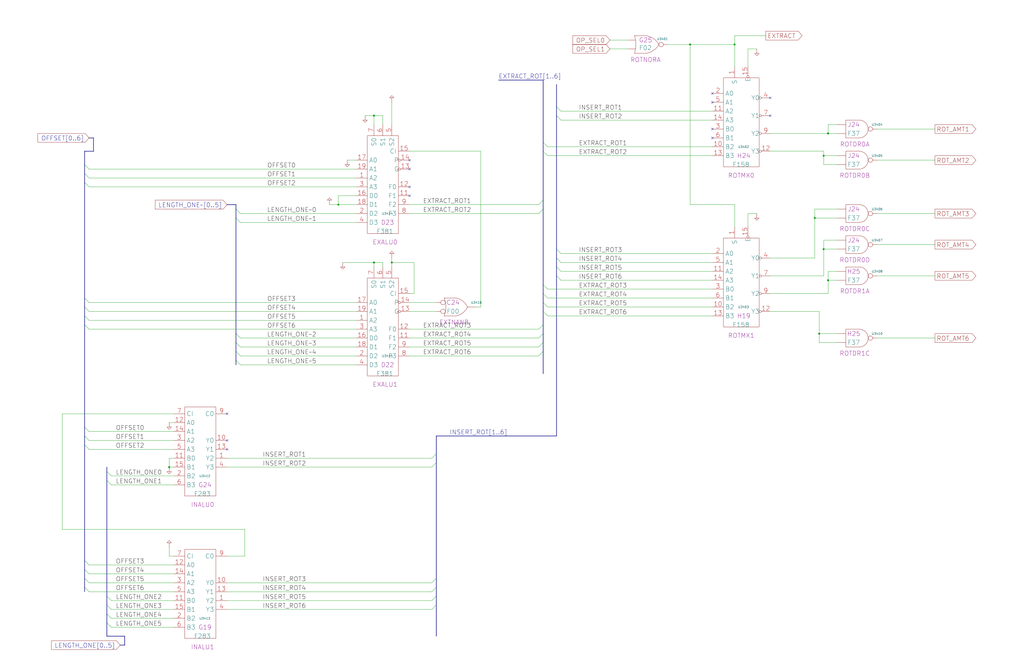
<source format=kicad_sch>
(kicad_sch (version 20211123) (generator eeschema)
  (paper "User" 584.2 378.46)
  (title_block (title "FIU ROTATE AMOUNT") (date "20-MAR-90") (rev "1.0") (comment 1 "FIU") (comment 2 "232-003065") (comment 3 "S400") (comment 4 "RELEASED"))
  (lib_symbols
    (symbol "r1000:F00" (pin_numbers hide) (pin_names hide)
      (property "Reference" "U" (at 15.24 0 0))
      (property "Value" "F00" (at 1.905 -5.08 0))
      (property "Location" "___" (at 1.905 0 0))
      (property "Name" "______" (at 2.54 -12.7 0))
      (symbol "F00_0_1"
        (polyline (pts (xy -2.54 -7.62) (xy 5.08 -7.62)) (stroke (width 0.1524)))
        (polyline (pts (xy -2.54 2.54) (xy -2.54 -7.62)) (stroke (width 0.1524)))
        (polyline (pts (xy -2.54 2.54) (xy 5.08 2.54)) (stroke (width 0.1524)))
        (arc (start 5.08 -7.62) (mid 10.1282 -2.54) (end 5.08 2.54) (stroke (width 0.1524)))
        (circle (center 11.43 -2.54) (radius 1.27) (stroke (width 0.1524)))
      )
      (symbol "F00_0_2"
        (circle (center -3.81 -5.08) (radius 1.27) (stroke (width 0.1524)))
        (circle (center -3.81 0) (radius 1.27) (stroke (width 0.1524)))
        (arc (start -3.175 -7.62) (mid -2.134 -2.54) (end -3.175 2.54) (stroke (width 0.1524)))
        (polyline (pts (xy -3.175 -7.62) (xy 3.81 -7.62)) (stroke (width 0.1524)))
        (polyline (pts (xy -3.175 2.54) (xy 3.81 2.54)) (stroke (width 0.1524)))
        (arc (start 3.81 -7.62) (mid 7.5855 -5.8306) (end 10.16 -2.54) (stroke (width 0.1524)))
        (arc (start 10.16 -2.54) (mid 7.5827 0.7471) (end 3.81 2.54) (stroke (width 0.1524)))
      )
      (symbol "F00_1_1"
        (pin input line (at -7.62 0 0) (length 5.08) (name "D0") (number "1"))
        (pin input line (at -7.62 -5.08 0) (length 5.08) (name "D1") (number "2"))
        (pin output line (at 15.24 -2.54 180) (length 2.54) (name "Q") (number "3"))
      )
      (symbol "F00_1_2"
        (pin input line (at -7.62 0 0) (length 2.54) (name "D0") (number "1"))
        (pin input line (at -7.62 -5.08 0) (length 2.54) (name "D1") (number "2"))
        (pin output line (at 15.24 -2.54 180) (length 5.08) (name "Q") (number "3"))
      )
    )
    (symbol "r1000:F02" (pin_numbers hide) (pin_names hide)
      (property "Reference" "U" (at 12.16 0.635 0))
      (property "Value" "F02" (at -1.27 -4.445 0))
      (property "Location" "___" (at 2.54 0 0))
      (property "Name" "______" (at 2.54 -12.7 0))
      (symbol "F02_0_1"
        (arc (start -3.81 -7.62) (mid -2.9847 -2.54) (end -3.81 2.54) (stroke (width 0.1524)))
        (polyline (pts (xy -5.08 -5.08) (xy -3.175 -5.08)) (stroke (width 0.1524)))
        (polyline (pts (xy -5.08 0) (xy -3.175 0)) (stroke (width 0.1524)))
        (polyline (pts (xy -3.81 -7.62) (xy 2.54 -7.62)) (stroke (width 0.1524)))
        (polyline (pts (xy -3.81 2.54) (xy 2.54 2.54)) (stroke (width 0.1524)))
        (polyline (pts (xy 13.97 -2.54) (xy 12.7 -2.54)) (stroke (width 0.1524)))
        (arc (start 2.54 -7.62) (mid 6.9515 -5.9823) (end 10.16 -2.54) (stroke (width 0.1524)))
        (arc (start 10.16 -2.54) (mid 6.9478 0.8966) (end 2.54 2.54) (stroke (width 0.1524)))
        (circle (center 11.43 -2.54) (radius 1.27) (stroke (width 0.1524)))
      )
      (symbol "F02_0_2"
        (circle (center -3.81 -5.08) (radius 1.27) (stroke (width 0.1524)))
        (circle (center -3.81 0) (radius 1.27) (stroke (width 0.1524)))
        (polyline (pts (xy -2.54 -7.62) (xy 5.08 -7.62)) (stroke (width 0.1524)))
        (polyline (pts (xy -2.54 2.54) (xy -2.54 -7.62)) (stroke (width 0.1524)))
        (polyline (pts (xy -2.54 2.54) (xy 5.08 2.54)) (stroke (width 0.1524)))
        (polyline (pts (xy 11.43 -2.54) (xy 10.16 -2.54)) (stroke (width 0.1524)))
        (polyline (pts (xy 11.43 -2.54) (xy 12.7 -2.54)) (stroke (width 0.1524)))
        (arc (start 5.08 -7.62) (mid 10.1282 -2.54) (end 5.08 2.54) (stroke (width 0.1524)))
      )
      (symbol "F02_1_1"
        (pin input line (at -7.62 0 0) (length 2.54) (name "D0") (number "1"))
        (pin input line (at -7.62 -5.08 0) (length 2.54) (name "D1") (number "2"))
        (pin output line (at 15.24 -2.54 180) (length 1.27) (name "Q") (number "3"))
      )
      (symbol "F02_1_2"
        (pin input line (at -7.62 0 0) (length 2.54) (name "D0") (number "1"))
        (pin input line (at -7.62 -5.08 0) (length 2.54) (name "D1") (number "2"))
        (pin output line (at 15.24 -2.54 180) (length 2.54) (name "Q") (number "3"))
      )
    )
    (symbol "r1000:F158" (pin_names (offset 1.016))
      (property "Reference" "U" (at 2.54 5.08 0))
      (property "Value" "F158" (at -3.81 -5.08 0))
      (property "Location" "___" (at -1.27 0 0))
      (property "Name" "______" (at 1.27 -12.7 0))
      (symbol "F158_1_1"
        (rectangle (start -8.89 44.45) (end 11.43 -6.35))
        (circle (center 5.08 45.085) (radius 0.635))
        (circle (center 12.065 2.54) (radius 0.635))
        (circle (center 12.065 12.7) (radius 0.635))
        (circle (center 12.065 22.86) (radius 0.635))
        (circle (center 12.065 33.02) (radius 0.635))
        (pin input line (at -2.54 50.8 270) (length 6.35) (name "S") (number "1"))
        (pin input line (at -15.24 5.08 0) (length 6.35) (name "B2") (number "10"))
        (pin input line (at -15.24 25.4 0) (length 6.35) (name "A2") (number "11"))
        (pin output line (at 17.78 2.54 180) (length 5.08) (name "Y3") (number "12"))
        (pin input line (at -15.24 0 0) (length 6.35) (name "B3") (number "13"))
        (pin input line (at -15.24 20.32 0) (length 6.35) (name "A3") (number "14"))
        (pin input line (at 5.08 50.8 270) (length 5.08) (name "E") (number "15"))
        (pin input line (at -15.24 35.56 0) (length 6.35) (name "A0") (number "2"))
        (pin input line (at -15.24 15.24 0) (length 6.35) (name "B0") (number "3"))
        (pin output line (at 17.78 33.02 180) (length 5.08) (name "Y0") (number "4"))
        (pin input line (at -15.24 30.48 0) (length 6.35) (name "A1") (number "5"))
        (pin input line (at -15.24 10.16 0) (length 6.35) (name "B1") (number "6"))
        (pin output line (at 17.78 22.86 180) (length 5.08) (name "Y1") (number "7"))
        (pin output line (at 17.78 12.7 180) (length 5.08) (name "Y2") (number "9"))
      )
    )
    (symbol "r1000:F283" (pin_names (offset 1.016))
      (property "Reference" "U" (at 2.54 5.08 0))
      (property "Value" "F283" (at -3.81 -5.08 0))
      (property "Location" "___" (at -1.27 0 0))
      (property "Name" "______" (at 1.27 -12.7 0))
      (symbol "F283_1_1"
        (rectangle (start -8.89 44.45) (end 8.89 -6.35))
        (pin output line (at 15.24 15.24 180) (length 6.35) (name "Y2") (number "1"))
        (pin output line (at 15.24 25.4 180) (length 6.35) (name "Y0") (number "10"))
        (pin input line (at -15.24 15.24 0) (length 6.35) (name "B0") (number "11"))
        (pin input line (at -15.24 35.56 0) (length 6.35) (name "A0") (number "12"))
        (pin output line (at 15.24 20.32 180) (length 6.35) (name "Y1") (number "13"))
        (pin input line (at -15.24 30.48 0) (length 6.35) (name "A1") (number "14"))
        (pin input line (at -15.24 10.16 0) (length 6.35) (name "B1") (number "15"))
        (pin input line (at -15.24 5.08 0) (length 6.35) (name "B2") (number "2"))
        (pin input line (at -15.24 25.4 0) (length 6.35) (name "A2") (number "3"))
        (pin output line (at 15.24 10.16 180) (length 6.35) (name "Y3") (number "4"))
        (pin input line (at -15.24 20.32 0) (length 6.35) (name "A3") (number "5"))
        (pin input line (at -15.24 0 0) (length 6.35) (name "B3") (number "6"))
        (pin input line (at -15.24 40.64 0) (length 6.35) (name "CI") (number "7"))
        (pin output line (at 15.24 40.64 180) (length 6.35) (name "C0") (number "9"))
      )
    )
    (symbol "r1000:F37" (pin_numbers hide) (pin_names (offset 0) hide)
      (property "Reference" "U" (at 15.24 0 0))
      (property "Value" "F37" (at 1.905 -5.08 0))
      (property "Location" "___" (at 1.905 0 0))
      (property "Name" "______" (at 2.54 -12.7 0))
      (symbol "F37_0_1"
        (polyline (pts (xy -2.54 -7.62) (xy 5.08 -7.62)) (stroke (width 0.1524)))
        (polyline (pts (xy -2.54 2.54) (xy -2.54 -7.62)) (stroke (width 0.1524)))
        (polyline (pts (xy -2.54 2.54) (xy 5.08 2.54)) (stroke (width 0.1524)))
        (arc (start 5.08 -7.62) (mid 10.1282 -2.54) (end 5.08 2.54) (stroke (width 0.1524)))
        (circle (center 11.43 -2.54) (radius 1.27) (stroke (width 0.1524)))
      )
      (symbol "F37_0_2"
        (circle (center -3.81 -5.08) (radius 1.27) (stroke (width 0.1524)))
        (circle (center -3.81 0) (radius 1.27) (stroke (width 0.1524)))
        (arc (start -3.175 -7.62) (mid -2.134 -2.54) (end -3.175 2.54) (stroke (width 0.1524)))
        (polyline (pts (xy -3.175 -7.62) (xy 3.81 -7.62)) (stroke (width 0.1524)))
        (polyline (pts (xy -3.175 2.54) (xy 3.81 2.54)) (stroke (width 0.1524)))
        (arc (start 3.81 -7.62) (mid 7.5855 -5.8306) (end 10.16 -2.54) (stroke (width 0.1524)))
        (arc (start 10.16 -2.54) (mid 7.5827 0.7471) (end 3.81 2.54) (stroke (width 0.1524)))
      )
      (symbol "F37_1_1"
        (pin input line (at -7.62 0 0) (length 5.08) (name "D0") (number "1"))
        (pin input line (at -7.62 -5.08 0) (length 5.08) (name "D1") (number "2"))
        (pin output line (at 15.24 -2.54 180) (length 2.54) (name "Q") (number "3"))
      )
      (symbol "F37_1_2"
        (pin input line (at -7.62 0 0) (length 2.54) (name "D0") (number "1"))
        (pin input line (at -7.62 -5.08 0) (length 2.54) (name "D1") (number "2"))
        (pin output line (at 15.24 -2.54 180) (length 5.08) (name "Q") (number "3"))
      )
    )
    (symbol "r1000:F381" (pin_names (offset 1.016))
      (property "Reference" "U" (at 2.54 5.08 0))
      (property "Value" "F381" (at -3.81 -5.08 0))
      (property "Location" "___" (at -1.27 0 0))
      (property "Name" "______" (at 1.27 -12.7 0))
      (symbol "F381_1_1"
        (rectangle (start -8.89 49.53) (end 8.89 -6.35))
        (circle (center 9.525 30.48) (radius 0.635))
        (circle (center 9.525 35.56) (radius 0.635))
        (pin input line (at -15.24 25.4 0) (length 6.35) (name "A2") (number "1"))
        (pin output line (at 15.24 15.24 180) (length 6.35) (name "F1") (number "11"))
        (pin output line (at 15.24 20.32 180) (length 6.35) (name "F0") (number "12"))
        (pin output line (at 15.24 30.48 180) (length 5.08) (name "G") (number "13"))
        (pin output line (at 15.24 35.56 180) (length 5.08) (name "P") (number "14"))
        (pin input line (at 15.24 40.64 180) (length 6.35) (name "CI") (number "15"))
        (pin input line (at -15.24 15.24 0) (length 6.35) (name "D0") (number "16"))
        (pin input line (at -15.24 35.56 0) (length 6.35) (name "A0") (number "17"))
        (pin input line (at -15.24 10.16 0) (length 6.35) (name "D1") (number "18"))
        (pin input line (at -15.24 30.48 0) (length 6.35) (name "A1") (number "19"))
        (pin input line (at -15.24 5.08 0) (length 6.35) (name "D2") (number "2"))
        (pin input line (at -15.24 20.32 0) (length 6.35) (name "A3") (number "3"))
        (pin input line (at -15.24 0 0) (length 6.35) (name "D3") (number "4"))
        (pin input line (at 5.08 55.88 270) (length 6.35) (name "S2") (number "5"))
        (pin input line (at 0 55.88 270) (length 6.35) (name "S1") (number "6"))
        (pin input line (at -5.08 55.88 270) (length 6.35) (name "S0") (number "7"))
        (pin output line (at 15.24 5.08 180) (length 6.35) (name "F3") (number "8"))
        (pin output line (at 15.24 10.16 180) (length 6.35) (name "F2") (number "9"))
      )
    )
    (symbol "r1000:PD" (power) (pin_numbers hide) (pin_names hide) (in_bom no)
      (symbol "PD_0_1"
        (polyline (pts (xy 0 -2.54) (xy 1.27 -2.54) (xy 0 -3.81) (xy -1.27 -2.54) (xy 0 -2.54)) (stroke (width 0.1524)))
      )
      (symbol "PD_1_1"
        (pin power_in line (at 0 0 270) (length 2.54) (name "PD") (number "1"))
      )
    )
    (symbol "r1000:PU" (power) (pin_numbers hide) (pin_names hide)
      (symbol "PU_0_1"
        (polyline (pts (xy 0 2.54) (xy -1.27 2.54) (xy 0 3.81) (xy 1.27 2.54) (xy 0 2.54)) (stroke (width 0.1524)))
      )
      (symbol "PU_1_1"
        (pin power_in line (at 0 0 90) (length 2.54) (name "PU") (number "1"))
      )
    )
  )
  (bus (pts (xy 129.54 116.84) (xy 134.62 116.84)))
  (bus (pts (xy 134.62 116.84) (xy 134.62 119.38)))
  (bus (pts (xy 134.62 119.38) (xy 134.62 124.46)))
  (bus (pts (xy 134.62 124.46) (xy 134.62 190.5)))
  (bus (pts (xy 134.62 190.5) (xy 134.62 195.58)))
  (bus (pts (xy 134.62 195.58) (xy 134.62 200.66)))
  (bus (pts (xy 134.62 200.66) (xy 134.62 205.74)))
  (bus (pts (xy 134.62 205.74) (xy 134.62 208.28)))
  (bus (pts (xy 248.92 248.92) (xy 248.92 259.08)))
  (bus (pts (xy 248.92 248.92) (xy 317.5 248.92)))
  (bus (pts (xy 248.92 259.08) (xy 248.92 264.16)))
  (bus (pts (xy 248.92 264.16) (xy 248.92 330.2)))
  (bus (pts (xy 248.92 330.2) (xy 248.92 335.28)))
  (bus (pts (xy 248.92 335.28) (xy 248.92 340.36)))
  (bus (pts (xy 248.92 340.36) (xy 248.92 345.44)))
  (bus (pts (xy 248.92 345.44) (xy 248.92 363.22)))
  (bus (pts (xy 284.48 45.72) (xy 309.88 45.72)))
  (bus (pts (xy 309.88 114.3) (xy 309.88 119.38)))
  (bus (pts (xy 309.88 119.38) (xy 309.88 162.56)))
  (bus (pts (xy 309.88 162.56) (xy 309.88 167.64)))
  (bus (pts (xy 309.88 167.64) (xy 309.88 172.72)))
  (bus (pts (xy 309.88 172.72) (xy 309.88 177.8)))
  (bus (pts (xy 309.88 177.8) (xy 309.88 185.42)))
  (bus (pts (xy 309.88 185.42) (xy 309.88 190.5)))
  (bus (pts (xy 309.88 190.5) (xy 309.88 195.58)))
  (bus (pts (xy 309.88 195.58) (xy 309.88 200.66)))
  (bus (pts (xy 309.88 200.66) (xy 309.88 213.36)))
  (bus (pts (xy 309.88 45.72) (xy 309.88 81.28)))
  (bus (pts (xy 309.88 81.28) (xy 309.88 86.36)))
  (bus (pts (xy 309.88 86.36) (xy 309.88 114.3)))
  (bus (pts (xy 317.5 142.24) (xy 317.5 147.32)))
  (bus (pts (xy 317.5 147.32) (xy 317.5 152.4)))
  (bus (pts (xy 317.5 152.4) (xy 317.5 157.48)))
  (bus (pts (xy 317.5 157.48) (xy 317.5 248.92)))
  (bus (pts (xy 317.5 48.26) (xy 317.5 60.96)))
  (bus (pts (xy 317.5 60.96) (xy 317.5 66.04)))
  (bus (pts (xy 317.5 66.04) (xy 317.5 142.24)))
  (bus (pts (xy 48.26 104.14) (xy 48.26 170.18)))
  (bus (pts (xy 48.26 170.18) (xy 48.26 175.26)))
  (bus (pts (xy 48.26 175.26) (xy 48.26 180.34)))
  (bus (pts (xy 48.26 180.34) (xy 48.26 185.42)))
  (bus (pts (xy 48.26 185.42) (xy 48.26 243.84)))
  (bus (pts (xy 48.26 243.84) (xy 48.26 248.92)))
  (bus (pts (xy 48.26 248.92) (xy 48.26 254)))
  (bus (pts (xy 48.26 254) (xy 48.26 320.04)))
  (bus (pts (xy 48.26 320.04) (xy 48.26 325.12)))
  (bus (pts (xy 48.26 325.12) (xy 48.26 330.2)))
  (bus (pts (xy 48.26 330.2) (xy 48.26 335.28)))
  (bus (pts (xy 48.26 335.28) (xy 48.26 337.82)))
  (bus (pts (xy 48.26 86.36) (xy 48.26 93.98)))
  (bus (pts (xy 48.26 93.98) (xy 48.26 99.06)))
  (bus (pts (xy 48.26 99.06) (xy 48.26 104.14)))
  (bus (pts (xy 50.8 78.74) (xy 53.34 78.74)))
  (bus (pts (xy 53.34 78.74) (xy 53.34 86.36)))
  (bus (pts (xy 53.34 86.36) (xy 48.26 86.36)))
  (bus (pts (xy 60.96 266.7) (xy 60.96 269.24)))
  (bus (pts (xy 60.96 269.24) (xy 60.96 274.32)))
  (bus (pts (xy 60.96 274.32) (xy 60.96 340.36)))
  (bus (pts (xy 60.96 340.36) (xy 60.96 345.44)))
  (bus (pts (xy 60.96 345.44) (xy 60.96 350.52)))
  (bus (pts (xy 60.96 350.52) (xy 60.96 355.6)))
  (bus (pts (xy 60.96 355.6) (xy 60.96 363.22)))
  (bus (pts (xy 68.58 368.3) (xy 71.12 368.3)))
  (bus (pts (xy 71.12 363.22) (xy 60.96 363.22)))
  (bus (pts (xy 71.12 368.3) (xy 71.12 363.22)))
  (wire (pts (xy 129.54 261.62) (xy 246.38 261.62)))
  (wire (pts (xy 129.54 266.7) (xy 246.38 266.7)))
  (wire (pts (xy 129.54 317.5) (xy 139.7 317.5)))
  (wire (pts (xy 129.54 332.74) (xy 246.38 332.74)))
  (wire (pts (xy 129.54 337.82) (xy 246.38 337.82)))
  (wire (pts (xy 129.54 342.9) (xy 246.38 342.9)))
  (wire (pts (xy 129.54 347.98) (xy 246.38 347.98)))
  (wire (pts (xy 137.16 121.92) (xy 203.2 121.92)))
  (wire (pts (xy 137.16 127) (xy 203.2 127)))
  (wire (pts (xy 137.16 193.04) (xy 203.2 193.04)))
  (wire (pts (xy 137.16 198.12) (xy 203.2 198.12)))
  (wire (pts (xy 137.16 203.2) (xy 203.2 203.2)))
  (wire (pts (xy 137.16 208.28) (xy 203.2 208.28)))
  (wire (pts (xy 139.7 302.26) (xy 35.56 302.26)))
  (wire (pts (xy 139.7 317.5) (xy 139.7 302.26)))
  (wire (pts (xy 187.96 116.84) (xy 193.04 116.84)))
  (wire (pts (xy 193.04 111.76) (xy 193.04 116.84)))
  (wire (pts (xy 193.04 116.84) (xy 203.2 116.84)))
  (wire (pts (xy 198.12 91.44) (xy 203.2 91.44)))
  (wire (pts (xy 203.2 111.76) (xy 193.04 111.76)))
  (wire (pts (xy 208.28 66.04) (xy 213.36 66.04)))
  (wire (pts (xy 213.36 149.86) (xy 195.58 149.86)))
  (wire (pts (xy 213.36 149.86) (xy 213.36 152.4)))
  (wire (pts (xy 213.36 66.04) (xy 218.44 66.04)))
  (wire (pts (xy 213.36 71.12) (xy 213.36 66.04)))
  (wire (pts (xy 218.44 149.86) (xy 213.36 149.86)))
  (wire (pts (xy 218.44 152.4) (xy 218.44 149.86)))
  (wire (pts (xy 218.44 71.12) (xy 218.44 66.04)))
  (wire (pts (xy 223.52 147.32) (xy 223.52 149.86)))
  (wire (pts (xy 223.52 149.86) (xy 223.52 152.4)))
  (wire (pts (xy 223.52 58.42) (xy 223.52 71.12)))
  (wire (pts (xy 233.68 116.84) (xy 307.34 116.84)))
  (wire (pts (xy 233.68 121.92) (xy 307.34 121.92)))
  (wire (pts (xy 233.68 167.64) (xy 236.22 167.64)))
  (wire (pts (xy 233.68 172.72) (xy 248.92 172.72)))
  (wire (pts (xy 233.68 177.8) (xy 248.92 177.8)))
  (wire (pts (xy 233.68 187.96) (xy 307.34 187.96)))
  (wire (pts (xy 233.68 193.04) (xy 307.34 193.04)))
  (wire (pts (xy 233.68 198.12) (xy 307.34 198.12)))
  (wire (pts (xy 233.68 203.2) (xy 307.34 203.2)))
  (wire (pts (xy 236.22 149.86) (xy 223.52 149.86)))
  (wire (pts (xy 236.22 167.64) (xy 236.22 149.86)))
  (wire (pts (xy 271.78 175.26) (xy 274.32 175.26)))
  (wire (pts (xy 274.32 175.26) (xy 274.32 86.36)))
  (wire (pts (xy 274.32 86.36) (xy 233.68 86.36)))
  (wire (pts (xy 312.42 165.1) (xy 406.4 165.1)))
  (wire (pts (xy 312.42 170.18) (xy 406.4 170.18)))
  (wire (pts (xy 312.42 175.26) (xy 406.4 175.26)))
  (wire (pts (xy 312.42 180.34) (xy 406.4 180.34)))
  (wire (pts (xy 312.42 83.82) (xy 406.4 83.82)))
  (wire (pts (xy 312.42 88.9) (xy 406.4 88.9)))
  (wire (pts (xy 320.04 144.78) (xy 406.4 144.78)))
  (wire (pts (xy 320.04 149.86) (xy 406.4 149.86)))
  (wire (pts (xy 320.04 154.94) (xy 406.4 154.94)))
  (wire (pts (xy 320.04 160.02) (xy 406.4 160.02)))
  (wire (pts (xy 320.04 63.5) (xy 406.4 63.5)))
  (wire (pts (xy 320.04 68.58) (xy 406.4 68.58)))
  (wire (pts (xy 347.98 22.86) (xy 358.14 22.86)))
  (wire (pts (xy 347.98 27.94) (xy 358.14 27.94)))
  (wire (pts (xy 35.56 236.22) (xy 99.06 236.22)))
  (wire (pts (xy 35.56 302.26) (xy 35.56 236.22)))
  (wire (pts (xy 381 25.4) (xy 393.7 25.4)))
  (wire (pts (xy 393.7 25.4) (xy 393.7 116.84)))
  (wire (pts (xy 393.7 25.4) (xy 419.1 25.4)))
  (wire (pts (xy 419.1 116.84) (xy 393.7 116.84)))
  (wire (pts (xy 419.1 129.54) (xy 419.1 116.84)))
  (wire (pts (xy 419.1 20.32) (xy 436.88 20.32)))
  (wire (pts (xy 419.1 25.4) (xy 419.1 20.32)))
  (wire (pts (xy 419.1 25.4) (xy 419.1 38.1)))
  (wire (pts (xy 426.72 121.92) (xy 431.8 121.92)))
  (wire (pts (xy 426.72 129.54) (xy 426.72 121.92)))
  (wire (pts (xy 426.72 27.94) (xy 431.8 27.94)))
  (wire (pts (xy 426.72 38.1) (xy 426.72 27.94)))
  (wire (pts (xy 439.42 167.64) (xy 472.44 167.64)))
  (wire (pts (xy 439.42 76.2) (xy 472.44 76.2)))
  (wire (pts (xy 464.82 119.38) (xy 464.82 124.46)))
  (wire (pts (xy 464.82 124.46) (xy 464.82 147.32)))
  (wire (pts (xy 464.82 124.46) (xy 477.52 124.46)))
  (wire (pts (xy 464.82 147.32) (xy 439.42 147.32)))
  (wire (pts (xy 467.36 177.8) (xy 439.42 177.8)))
  (wire (pts (xy 467.36 190.5) (xy 467.36 177.8)))
  (wire (pts (xy 467.36 190.5) (xy 477.52 190.5)))
  (wire (pts (xy 467.36 195.58) (xy 467.36 190.5)))
  (wire (pts (xy 467.36 195.58) (xy 477.52 195.58)))
  (wire (pts (xy 469.9 137.16) (xy 469.9 142.24)))
  (wire (pts (xy 469.9 142.24) (xy 469.9 157.48)))
  (wire (pts (xy 469.9 142.24) (xy 477.52 142.24)))
  (wire (pts (xy 469.9 157.48) (xy 439.42 157.48)))
  (wire (pts (xy 469.9 86.36) (xy 439.42 86.36)))
  (wire (pts (xy 469.9 88.9) (xy 469.9 86.36)))
  (wire (pts (xy 469.9 93.98) (xy 469.9 88.9)))
  (wire (pts (xy 472.44 154.94) (xy 472.44 160.02)))
  (wire (pts (xy 472.44 160.02) (xy 472.44 167.64)))
  (wire (pts (xy 472.44 160.02) (xy 477.52 160.02)))
  (wire (pts (xy 472.44 71.12) (xy 472.44 76.2)))
  (wire (pts (xy 472.44 76.2) (xy 477.52 76.2)))
  (wire (pts (xy 477.52 119.38) (xy 464.82 119.38)))
  (wire (pts (xy 477.52 137.16) (xy 469.9 137.16)))
  (wire (pts (xy 477.52 154.94) (xy 472.44 154.94)))
  (wire (pts (xy 477.52 71.12) (xy 472.44 71.12)))
  (wire (pts (xy 477.52 88.9) (xy 469.9 88.9)))
  (wire (pts (xy 477.52 93.98) (xy 469.9 93.98)))
  (wire (pts (xy 50.8 101.6) (xy 203.2 101.6)))
  (wire (pts (xy 50.8 106.68) (xy 203.2 106.68)))
  (wire (pts (xy 50.8 172.72) (xy 203.2 172.72)))
  (wire (pts (xy 50.8 177.8) (xy 203.2 177.8)))
  (wire (pts (xy 50.8 182.88) (xy 203.2 182.88)))
  (wire (pts (xy 50.8 187.96) (xy 203.2 187.96)))
  (wire (pts (xy 50.8 246.38) (xy 99.06 246.38)))
  (wire (pts (xy 50.8 251.46) (xy 99.06 251.46)))
  (wire (pts (xy 50.8 256.54) (xy 99.06 256.54)))
  (wire (pts (xy 50.8 322.58) (xy 99.06 322.58)))
  (wire (pts (xy 50.8 327.66) (xy 99.06 327.66)))
  (wire (pts (xy 50.8 332.74) (xy 99.06 332.74)))
  (wire (pts (xy 50.8 337.82) (xy 99.06 337.82)))
  (wire (pts (xy 50.8 96.52) (xy 203.2 96.52)))
  (wire (pts (xy 500.38 121.92) (xy 533.4 121.92)))
  (wire (pts (xy 500.38 139.7) (xy 533.4 139.7)))
  (wire (pts (xy 500.38 157.48) (xy 533.4 157.48)))
  (wire (pts (xy 500.38 193.04) (xy 533.4 193.04)))
  (wire (pts (xy 500.38 73.66) (xy 533.4 73.66)))
  (wire (pts (xy 500.38 91.44) (xy 533.4 91.44)))
  (wire (pts (xy 63.5 271.78) (xy 99.06 271.78)))
  (wire (pts (xy 63.5 276.86) (xy 99.06 276.86)))
  (wire (pts (xy 63.5 342.9) (xy 99.06 342.9)))
  (wire (pts (xy 63.5 347.98) (xy 99.06 347.98)))
  (wire (pts (xy 63.5 353.06) (xy 99.06 353.06)))
  (wire (pts (xy 63.5 358.14) (xy 99.06 358.14)))
  (wire (pts (xy 96.52 241.3) (xy 99.06 241.3)))
  (wire (pts (xy 96.52 261.62) (xy 96.52 266.7)))
  (wire (pts (xy 96.52 266.7) (xy 99.06 266.7)))
  (wire (pts (xy 96.52 317.5) (xy 96.52 312.42)))
  (wire (pts (xy 99.06 261.62) (xy 96.52 261.62)))
  (wire (pts (xy 99.06 317.5) (xy 96.52 317.5)))
  (bus_entry (at 48.26 93.98) (size 2.54 2.54))
  (bus_entry (at 48.26 99.06) (size 2.54 2.54))
  (bus_entry (at 48.26 104.14) (size 2.54 2.54))
  (bus_entry (at 48.26 170.18) (size 2.54 2.54))
  (bus_entry (at 48.26 175.26) (size 2.54 2.54))
  (bus_entry (at 48.26 180.34) (size 2.54 2.54))
  (bus_entry (at 48.26 185.42) (size 2.54 2.54))
  (bus_entry (at 48.26 243.84) (size 2.54 2.54))
  (bus_entry (at 48.26 248.92) (size 2.54 2.54))
  (bus_entry (at 48.26 254) (size 2.54 2.54))
  (bus_entry (at 48.26 320.04) (size 2.54 2.54))
  (bus_entry (at 48.26 325.12) (size 2.54 2.54))
  (bus_entry (at 48.26 330.2) (size 2.54 2.54))
  (bus_entry (at 48.26 335.28) (size 2.54 2.54))
  (global_label "OFFSET[0..6]" (shape input) (at 50.8 78.74 180) (effects (font (size 2.54 2.54))) (property "Intersheet References" "${INTERSHEET_REFS}" (at 21.6626 78.5813 0) (effects (font (size 2.54 2.54)) (justify right))))
  (bus_entry (at 60.96 269.24) (size 2.54 2.54))
  (bus_entry (at 60.96 274.32) (size 2.54 2.54))
  (bus_entry (at 60.96 340.36) (size 2.54 2.54))
  (bus_entry (at 60.96 345.44) (size 2.54 2.54))
  (bus_entry (at 60.96 350.52) (size 2.54 2.54))
  (bus_entry (at 60.96 355.6) (size 2.54 2.54))
  (label "OFFSET0" (at 66.04 246.38 0) (effects (font (size 2.54 2.54))))
  (label "OFFSET1" (at 66.04 251.46 0) (effects (font (size 2.54 2.54))))
  (label "OFFSET2" (at 66.04 256.54 0) (effects (font (size 2.54 2.54))))
  (label "LENGTH_ONE0" (at 66.04 271.78 0) (effects (font (size 2.54 2.54))))
  (label "LENGTH_ONE1" (at 66.04 276.86 0) (effects (font (size 2.54 2.54))))
  (label "OFFSET3" (at 66.04 322.58 0) (effects (font (size 2.54 2.54))))
  (label "OFFSET4" (at 66.04 327.66 0) (effects (font (size 2.54 2.54))))
  (label "OFFSET5" (at 66.04 332.74 0) (effects (font (size 2.54 2.54))))
  (label "OFFSET6" (at 66.04 337.82 0) (effects (font (size 2.54 2.54))))
  (label "LENGTH_ONE2" (at 66.04 342.9 0) (effects (font (size 2.54 2.54))))
  (label "LENGTH_ONE3" (at 66.04 347.98 0) (effects (font (size 2.54 2.54))))
  (label "LENGTH_ONE4" (at 66.04 353.06 0) (effects (font (size 2.54 2.54))))
  (label "LENGTH_ONE5" (at 66.04 358.14 0) (effects (font (size 2.54 2.54))))
  (global_label "LENGTH_ONE[0..5]" (shape input) (at 68.58 368.3 180) (effects (font (size 2.54 2.54))) (property "Intersheet References" "${INTERSHEET_REFS}" (at 29.4035 368.1413 0) (effects (font (size 2.54 2.54)) (justify right))))
  (symbol (lib_id "r1000:PD") (at 96.52 241.3 0) (unit 1) (in_bom no)
    (property "Reference" "#PWR03403" (effects hide))
    (property "Value" "PD" (effects hide))
  )
  (junction (at 96.52 266.7))
  (symbol (lib_id "r1000:PD") (at 96.52 266.7 0) (unit 1) (in_bom no)
    (property "Reference" "#PWR03404" (effects hide))
    (property "Value" "PD" (effects hide))
  )
  (symbol (lib_id "r1000:PU") (at 96.52 312.42 0) (unit 1)
    (property "Reference" "#PWR03405" (effects hide))
    (property "Value" "PU" (effects hide))
  )
  (symbol (lib_id "r1000:F283") (at 114.3 276.86 0) (unit 1)
    (property "Reference" "U3412" (at 116.84 271.78 0))
    (property "Value" "F283" (at 110.49 281.94 0) (effects (font (size 2.54 2.54)) (justify left)))
    (property "Location" "G24" (at 113.03 276.86 0) (effects (font (size 2.54 2.54)) (justify left)))
    (property "Name" "INALU0" (at 115.57 289.56 0) (effects (font (size 2.54 2.54)) (justify bottom)))
  )
  (symbol (lib_id "r1000:F283") (at 114.3 358.14 0) (unit 1)
    (property "Reference" "U3413" (at 116.84 353.06 0))
    (property "Value" "F283" (at 110.49 363.22 0) (effects (font (size 2.54 2.54)) (justify left)))
    (property "Location" "G19" (at 113.03 358.14 0) (effects (font (size 2.54 2.54)) (justify left)))
    (property "Name" "INALU1" (at 115.57 370.84 0) (effects (font (size 2.54 2.54)) (justify bottom)))
  )
  (global_label "LENGTH_ONE~[0..5]" (shape input) (at 129.54 116.84 180) (effects (font (size 2.54 2.54))) (property "Intersheet References" "${INTERSHEET_REFS}" (at 88.5492 116.6813 0) (effects (font (size 2.54 2.54)) (justify right))))
  (no_connect (at 129.54 236.22))
  (no_connect (at 129.54 251.46))
  (no_connect (at 129.54 256.54))
  (bus_entry (at 134.62 119.38) (size 2.54 2.54))
  (bus_entry (at 134.62 124.46) (size 2.54 2.54))
  (bus_entry (at 134.62 190.5) (size 2.54 2.54))
  (bus_entry (at 134.62 195.58) (size 2.54 2.54))
  (bus_entry (at 134.62 200.66) (size 2.54 2.54))
  (bus_entry (at 134.62 205.74) (size 2.54 2.54))
  (label "INSERT_ROT1" (at 149.86 261.62 0) (effects (font (size 2.54 2.54))))
  (label "INSERT_ROT2" (at 149.86 266.7 0) (effects (font (size 2.54 2.54))))
  (label "INSERT_ROT3" (at 149.86 332.74 0) (effects (font (size 2.54 2.54))))
  (label "INSERT_ROT4" (at 149.86 337.82 0) (effects (font (size 2.54 2.54))))
  (label "INSERT_ROT5" (at 149.86 342.9 0) (effects (font (size 2.54 2.54))))
  (label "INSERT_ROT6" (at 149.86 347.98 0) (effects (font (size 2.54 2.54))))
  (label "OFFSET0" (at 152.4 96.52 0) (effects (font (size 2.54 2.54))))
  (label "OFFSET1" (at 152.4 101.6 0) (effects (font (size 2.54 2.54))))
  (label "OFFSET2" (at 152.4 106.68 0) (effects (font (size 2.54 2.54))))
  (label "LENGTH_ONE~0" (at 152.4 121.92 0) (effects (font (size 2.54 2.54))))
  (label "LENGTH_ONE~1" (at 152.4 127 0) (effects (font (size 2.54 2.54))))
  (label "OFFSET3" (at 152.4 172.72 0) (effects (font (size 2.54 2.54))))
  (label "OFFSET4" (at 152.4 177.8 0) (effects (font (size 2.54 2.54))))
  (label "OFFSET5" (at 152.4 182.88 0) (effects (font (size 2.54 2.54))))
  (label "OFFSET6" (at 152.4 187.96 0) (effects (font (size 2.54 2.54))))
  (label "LENGTH_ONE~2" (at 152.4 193.04 0) (effects (font (size 2.54 2.54))))
  (label "LENGTH_ONE~3" (at 152.4 198.12 0) (effects (font (size 2.54 2.54))))
  (label "LENGTH_ONE~4" (at 152.4 203.2 0) (effects (font (size 2.54 2.54))))
  (label "LENGTH_ONE~5" (at 152.4 208.28 0) (effects (font (size 2.54 2.54))))
  (symbol (lib_id "r1000:PU") (at 187.96 116.84 0) (unit 1)
    (property "Reference" "#PWR03406" (effects hide))
    (property "Value" "PU" (effects hide))
  )
  (junction (at 193.04 116.84))
  (symbol (lib_id "r1000:PD") (at 195.58 149.86 0) (unit 1) (in_bom no)
    (property "Reference" "#PWR03407" (effects hide))
    (property "Value" "PD" (effects hide))
  )
  (symbol (lib_id "r1000:PD") (at 198.12 91.44 0) (unit 1) (in_bom no)
    (property "Reference" "#PWR03408" (effects hide))
    (property "Value" "PD" (effects hide))
  )
  (symbol (lib_id "r1000:PD") (at 208.28 66.04 0) (unit 1) (in_bom no)
    (property "Reference" "#PWR03409" (effects hide))
    (property "Value" "PD" (effects hide))
  )
  (junction (at 213.36 66.04))
  (junction (at 213.36 149.86))
  (symbol (lib_id "r1000:F381") (at 218.44 127 0) (unit 1)
    (property "Reference" "U3414" (at 220.98 121.92 0))
    (property "Value" "F381" (at 214.63 132.08 0) (effects (font (size 2.54 2.54)) (justify left)))
    (property "Location" "D23" (at 217.17 127 0) (effects (font (size 2.54 2.54)) (justify left)))
    (property "Name" "EXALU0" (at 219.71 139.7 0) (effects (font (size 2.54 2.54)) (justify bottom)))
  )
  (symbol (lib_id "r1000:F381") (at 218.44 208.28 0) (unit 1)
    (property "Reference" "U3415" (at 220.98 203.2 0))
    (property "Value" "F381" (at 214.63 213.36 0) (effects (font (size 2.54 2.54)) (justify left)))
    (property "Location" "D22" (at 217.17 208.28 0) (effects (font (size 2.54 2.54)) (justify left)))
    (property "Name" "EXALU1" (at 219.71 220.98 0) (effects (font (size 2.54 2.54)) (justify bottom)))
  )
  (symbol (lib_id "r1000:PU") (at 223.52 58.42 0) (unit 1)
    (property "Reference" "#PWR03410" (effects hide))
    (property "Value" "PU" (effects hide))
  )
  (symbol (lib_id "r1000:PU") (at 223.52 147.32 0) (unit 1)
    (property "Reference" "#PWR03411" (effects hide))
    (property "Value" "PU" (effects hide))
  )
  (junction (at 223.52 149.86))
  (no_connect (at 233.68 91.44))
  (no_connect (at 233.68 96.52))
  (no_connect (at 233.68 106.68))
  (no_connect (at 233.68 111.76))
  (label "EXTRACT_ROT1" (at 241.3 116.84 0) (effects (font (size 2.54 2.54))))
  (label "EXTRACT_ROT2" (at 241.3 121.92 0) (effects (font (size 2.54 2.54))))
  (label "EXTRACT_ROT3" (at 241.3 187.96 0) (effects (font (size 2.54 2.54))))
  (label "EXTRACT_ROT4" (at 241.3 193.04 0) (effects (font (size 2.54 2.54))))
  (label "EXTRACT_ROT5" (at 241.3 198.12 0) (effects (font (size 2.54 2.54))))
  (label "EXTRACT_ROT6" (at 241.3 203.2 0) (effects (font (size 2.54 2.54))))
  (bus_entry (at 248.92 259.08) (size -2.54 2.54))
  (bus_entry (at 248.92 264.16) (size -2.54 2.54))
  (bus_entry (at 248.92 330.2) (size -2.54 2.54))
  (bus_entry (at 248.92 335.28) (size -2.54 2.54))
  (bus_entry (at 248.92 340.36) (size -2.54 2.54))
  (bus_entry (at 248.92 345.44) (size -2.54 2.54))
  (symbol (lib_id "r1000:F00") (at 256.54 172.72 0) (unit 1) (convert 2)
    (property "Reference" "U3416" (at 271.78 172.72 0))
    (property "Value" "F00" (at 258.445 177.8 0) (effects (font (size 2.54 2.54))))
    (property "Location" "C24" (at 258.445 172.72 0) (effects (font (size 2.54 2.54))))
    (property "Name" "EXTNANB" (at 259.08 185.42 0) (effects (font (size 2.54 2.54)) (justify bottom)))
  )
  (label "INSERT_ROT[1..6]" (at 256.54 248.92 0) (effects (font (size 2.54 2.54))))
  (label "EXTRACT_ROT[1..6]" (at 284.48 45.72 0) (effects (font (size 2.54 2.54))))
  (bus_entry (at 309.88 81.28) (size 2.54 2.54))
  (bus_entry (at 309.88 86.36) (size 2.54 2.54))
  (bus_entry (at 309.88 114.3) (size -2.54 2.54))
  (bus_entry (at 309.88 119.38) (size -2.54 2.54))
  (bus_entry (at 309.88 162.56) (size 2.54 2.54))
  (bus_entry (at 309.88 167.64) (size 2.54 2.54))
  (bus_entry (at 309.88 172.72) (size 2.54 2.54))
  (bus_entry (at 309.88 177.8) (size 2.54 2.54))
  (bus_entry (at 309.88 185.42) (size -2.54 2.54))
  (bus_entry (at 309.88 190.5) (size -2.54 2.54))
  (bus_entry (at 309.88 195.58) (size -2.54 2.54))
  (bus_entry (at 309.88 200.66) (size -2.54 2.54))
  (bus_entry (at 317.5 60.96) (size 2.54 2.54))
  (bus_entry (at 317.5 66.04) (size 2.54 2.54))
  (bus_entry (at 317.5 142.24) (size 2.54 2.54))
  (bus_entry (at 317.5 147.32) (size 2.54 2.54))
  (bus_entry (at 317.5 152.4) (size 2.54 2.54))
  (bus_entry (at 317.5 157.48) (size 2.54 2.54))
  (label "INSERT_ROT1" (at 330.2 63.5 0) (effects (font (size 2.54 2.54))))
  (label "INSERT_ROT2" (at 330.2 68.58 0) (effects (font (size 2.54 2.54))))
  (label "EXTRACT_ROT1" (at 330.2 83.82 0) (effects (font (size 2.54 2.54))))
  (label "EXTRACT_ROT2" (at 330.2 88.9 0) (effects (font (size 2.54 2.54))))
  (label "INSERT_ROT3" (at 330.2 144.78 0) (effects (font (size 2.54 2.54))))
  (label "INSERT_ROT4" (at 330.2 149.86 0) (effects (font (size 2.54 2.54))))
  (label "INSERT_ROT5" (at 330.2 154.94 0) (effects (font (size 2.54 2.54))))
  (label "INSERT_ROT6" (at 330.2 160.02 0) (effects (font (size 2.54 2.54))))
  (label "EXTRACT_ROT3" (at 330.2 165.1 0) (effects (font (size 2.54 2.54))))
  (label "EXTRACT_ROT4" (at 330.2 170.18 0) (effects (font (size 2.54 2.54))))
  (label "EXTRACT_ROT5" (at 330.2 175.26 0) (effects (font (size 2.54 2.54))))
  (label "EXTRACT_ROT6" (at 330.2 180.34 0) (effects (font (size 2.54 2.54))))
  (global_label "OP_SEL0" (shape input) (at 347.98 22.86 180) (effects (font (size 2.54 2.54))) (property "Intersheet References" "${INTERSHEET_REFS}" (at 326.8254 22.7013 0) (effects (font (size 2.54 2.54)) (justify right))))
  (global_label "OP_SEL1" (shape input) (at 347.98 27.94 180) (effects (font (size 2.54 2.54))) (property "Intersheet References" "${INTERSHEET_REFS}" (at 326.8254 27.7813 0) (effects (font (size 2.54 2.54)) (justify right))))
  (symbol (lib_id "r1000:F02") (at 365.76 22.86 0) (unit 1)
    (property "Reference" "U3401" (at 377.92 22.225 0))
    (property "Value" "F02" (at 364.49 27.305 0) (effects (font (size 2.54 2.54)) (justify left)))
    (property "Location" "G25" (at 368.3 22.86 0) (effects (font (size 2.54 2.54))))
    (property "Name" "ROTNORA" (at 368.3 35.56 0) (effects (font (size 2.54 2.54)) (justify bottom)))
  )
  (junction (at 393.7 25.4))
  (no_connect (at 406.4 53.34))
  (no_connect (at 406.4 58.42))
  (no_connect (at 406.4 73.66))
  (no_connect (at 406.4 78.74))
  (junction (at 419.1 25.4))
  (symbol (lib_id "r1000:F158") (at 421.64 88.9 0) (unit 1)
    (property "Reference" "U3402" (at 424.18 83.82 0))
    (property "Value" "F158" (at 417.83 93.98 0) (effects (font (size 2.54 2.54)) (justify left)))
    (property "Location" "H24" (at 420.37 88.9 0) (effects (font (size 2.54 2.54)) (justify left)))
    (property "Name" "ROTMX0" (at 422.91 101.6 0) (effects (font (size 2.54 2.54)) (justify bottom)))
  )
  (symbol (lib_id "r1000:F158") (at 421.64 180.34 0) (unit 1)
    (property "Reference" "U3403" (at 424.18 175.26 0))
    (property "Value" "F158" (at 417.83 185.42 0) (effects (font (size 2.54 2.54)) (justify left)))
    (property "Location" "H19" (at 420.37 180.34 0) (effects (font (size 2.54 2.54)) (justify left)))
    (property "Name" "ROTMX1" (at 422.91 193.04 0) (effects (font (size 2.54 2.54)) (justify bottom)))
  )
  (symbol (lib_id "r1000:PD") (at 431.8 27.94 0) (unit 1) (in_bom no)
    (property "Reference" "#PWR03401" (effects hide))
    (property "Value" "PD" (effects hide))
  )
  (symbol (lib_id "r1000:PD") (at 431.8 121.92 0) (unit 1) (in_bom no)
    (property "Reference" "#PWR03402" (effects hide))
    (property "Value" "PD" (effects hide))
  )
  (global_label "EXTRACT" (shape output) (at 436.88 20.32 0) (effects (font (size 2.54 2.54))) (property "Intersheet References" "${INTERSHEET_REFS}" (at 457.5508 20.1613 0) (effects (font (size 2.54 2.54)) (justify left))))
  (no_connect (at 439.42 55.88))
  (no_connect (at 439.42 66.04))
  (junction (at 464.82 124.46))
  (junction (at 467.36 190.5))
  (junction (at 469.9 88.9))
  (junction (at 469.9 142.24))
  (junction (at 472.44 76.2))
  (junction (at 472.44 160.02))
  (symbol (lib_id "r1000:F37") (at 485.14 71.12 0) (unit 1)
    (property "Reference" "U3404" (at 500.38 71.12 0))
    (property "Value" "F37" (at 487.045 76.2 0) (effects (font (size 2.54 2.54))))
    (property "Location" "J24" (at 487.045 71.12 0) (effects (font (size 2.54 2.54))))
    (property "Name" "ROTDR0A" (at 487.68 83.82 0) (effects (font (size 2.54 2.54)) (justify bottom)))
  )
  (symbol (lib_id "r1000:F37") (at 485.14 88.9 0) (unit 1)
    (property "Reference" "U3405" (at 500.38 88.9 0))
    (property "Value" "F37" (at 487.045 93.98 0) (effects (font (size 2.54 2.54))))
    (property "Location" "J24" (at 487.045 88.9 0) (effects (font (size 2.54 2.54))))
    (property "Name" "ROTDR0B" (at 487.68 101.6 0) (effects (font (size 2.54 2.54)) (justify bottom)))
  )
  (symbol (lib_id "r1000:F37") (at 485.14 119.38 0) (unit 1)
    (property "Reference" "U3406" (at 500.38 119.38 0))
    (property "Value" "F37" (at 487.045 124.46 0) (effects (font (size 2.54 2.54))))
    (property "Location" "J24" (at 487.045 119.38 0) (effects (font (size 2.54 2.54))))
    (property "Name" "ROTDR0C" (at 487.68 132.08 0) (effects (font (size 2.54 2.54)) (justify bottom)))
  )
  (symbol (lib_id "r1000:F37") (at 485.14 137.16 0) (unit 1)
    (property "Reference" "U3407" (at 500.38 137.16 0))
    (property "Value" "F37" (at 487.045 142.24 0) (effects (font (size 2.54 2.54))))
    (property "Location" "J24" (at 487.045 137.16 0) (effects (font (size 2.54 2.54))))
    (property "Name" "ROTDR0D" (at 487.68 149.86 0) (effects (font (size 2.54 2.54)) (justify bottom)))
  )
  (symbol (lib_id "r1000:F37") (at 485.14 154.94 0) (unit 1)
    (property "Reference" "U3408" (at 500.38 154.94 0))
    (property "Value" "F37" (at 487.045 160.02 0) (effects (font (size 2.54 2.54))))
    (property "Location" "H25" (at 487.045 154.94 0) (effects (font (size 2.54 2.54))))
    (property "Name" "ROTDR1A" (at 487.68 167.64 0) (effects (font (size 2.54 2.54)) (justify bottom)))
  )
  (symbol (lib_id "r1000:F37") (at 485.14 190.5 0) (unit 1)
    (property "Reference" "U3410" (at 500.38 190.5 0))
    (property "Value" "F37" (at 487.045 195.58 0) (effects (font (size 2.54 2.54))))
    (property "Location" "H25" (at 487.045 190.5 0) (effects (font (size 2.54 2.54))))
    (property "Name" "ROTDR1C" (at 487.68 203.2 0) (effects (font (size 2.54 2.54)) (justify bottom)))
  )
  (global_label "ROT_AMT1" (shape output) (at 533.4 73.66 0) (effects (font (size 2.54 2.54))) (property "Intersheet References" "${INTERSHEET_REFS}" (at 556.7317 73.5013 0) (effects (font (size 2.54 2.54)) (justify left))))
  (global_label "ROT_AMT2" (shape output) (at 533.4 91.44 0) (effects (font (size 2.54 2.54))) (property "Intersheet References" "${INTERSHEET_REFS}" (at 556.7317 91.2813 0) (effects (font (size 2.54 2.54)) (justify left))))
  (global_label "ROT_AMT3" (shape output) (at 533.4 121.92 0) (effects (font (size 2.54 2.54))) (property "Intersheet References" "${INTERSHEET_REFS}" (at 556.7317 121.7613 0) (effects (font (size 2.54 2.54)) (justify left))))
  (global_label "ROT_AMT4" (shape output) (at 533.4 139.7 0) (effects (font (size 2.54 2.54))) (property "Intersheet References" "${INTERSHEET_REFS}" (at 556.7317 139.5413 0) (effects (font (size 2.54 2.54)) (justify left))))
  (global_label "ROT_AMT5" (shape output) (at 533.4 157.48 0) (effects (font (size 2.54 2.54))) (property "Intersheet References" "${INTERSHEET_REFS}" (at 562.9003 157.3213 0) (effects (font (size 2.54 2.54)) (justify left))))
  (global_label "ROT_AMT6" (shape output) (at 533.4 193.04 0) (effects (font (size 2.54 2.54))) (property "Intersheet References" "${INTERSHEET_REFS}" (at 562.9003 192.8813 0) (effects (font (size 2.54 2.54)) (justify left))))
)
</source>
